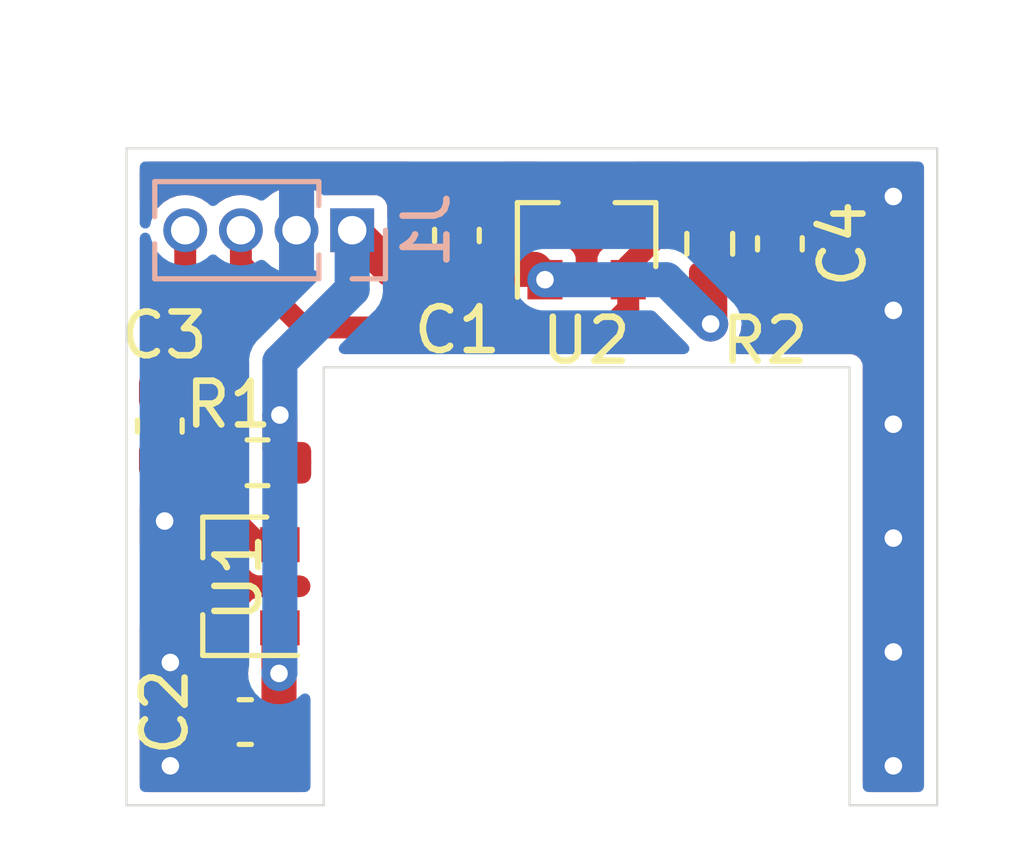
<source format=kicad_pcb>
(kicad_pcb (version 20211014) (generator pcbnew)
  (layers (0 "F.Cu" signal) (31 "B.Cu" signal) (34 "B.Paste" user) (35 "F.Paste" user) (36 "B.SilkS" user "B.Silkscreen") (37 "F.SilkS" user "F.Silkscreen") (38 "B.Mask" user) (39 "F.Mask" user) (44 "Edge.Cuts" user))
  (net 0 "")
  (net 1 "GND")
  (net 2 "+3V3")
  (net 3 "B")
  (net 4 "A")
  (footprint "Capacitor_SMD:C_0603_1608Metric" (layer "F.Cu") (at 147.04 81.99 90)
    (fp_text reference "C1" (at -2.16 0.01 180) (layer "F.SilkS"))
    (fp_text value "100nF")
    (fp_line (start -0.14058 0.51) (end 0.14058 0.51) (layer "F.SilkS") (width 0.12))
    (fp_line (start -0.14058 -0.51) (end 0.14058 -0.51) (layer "F.SilkS") (width 0.12))
    (pad "1" smd roundrect locked (at -0.775 0 90) (size 0.9 0.95) (layers "F.Cu" "F.Paste" "F.Mask") (net 2 "+3V3"))
    (pad "2" smd roundrect locked (at 0.775 0 90) (size 0.9 0.95) (layers "F.Cu" "F.Paste" "F.Mask") (net 1 "GND"))
  )
  (footprint "Resistor_SMD:R_0603_1608Metric" (layer "F.Cu") (at 152.81 82.18 90)
    (fp_text reference "R2" (at -2.21 1.26 180) (layer "F.SilkS"))
    (fp_text value "10k")
    (fp_line (start -0.237258 0.5225) (end 0.237258 0.5225) (layer "F.SilkS") (width 0.12))
    (fp_line (start -0.237258 -0.5225) (end 0.237258 -0.5225) (layer "F.SilkS") (width 0.12))
    (pad "1" smd roundrect locked (at -0.825 0 90) (size 0.8 0.95) (layers "F.Cu" "F.Paste" "F.Mask") (net 2 "+3V3"))
    (pad "2" smd roundrect locked (at 0.825 0 90) (size 0.8 0.95) (layers "F.Cu" "F.Paste" "F.Mask") (net 3 "B"))
  )
  (footprint "Package_TO_SOT_SMD:SOT-23" (layer "F.Cu") (at 142 90 180)
    (fp_text reference "U1" (at -0.05 0.2 90) (layer "F.SilkS"))
    (fp_text value "MT1401AT-EN")
    (fp_line (start 0.76 1.58) (end -0.7 1.58) (layer "F.SilkS") (width 0.12))
    (fp_line (start 0.76 -1.58) (end 0.76 -0.65) (layer "F.SilkS") (width 0.12))
    (fp_line (start 0.76 1.58) (end 0.76 0.65) (layer "F.SilkS") (width 0.12))
    (fp_line (start 0.76 -1.58) (end -1.4 -1.58) (layer "F.SilkS") (width 0.12))
    (pad "1" smd rect locked (at -1 -0.95 180) (size 0.9 0.8) (layers "F.Cu" "F.Paste" "F.Mask") (net 2 "+3V3"))
    (pad "2" smd rect locked (at -1 0.95 180) (size 0.9 0.8) (layers "F.Cu" "F.Paste" "F.Mask") (net 4 "A"))
    (pad "3" smd rect locked (at 1 0 180) (size 0.9 0.8) (layers "F.Cu" "F.Paste" "F.Mask") (net 1 "GND"))
  )
  (footprint "Resistor_SMD:R_0603_1608Metric" (layer "F.Cu") (at 142.49 87.18 180)
    (fp_text reference "R1" (at 0.66 1.33) (layer "F.SilkS"))
    (fp_text value "10k")
    (fp_line (start -0.237258 -0.5225) (end 0.237258 -0.5225) (layer "F.SilkS") (width 0.12))
    (fp_line (start -0.237258 0.5225) (end 0.237258 0.5225) (layer "F.SilkS") (width 0.12))
    (pad "1" smd roundrect locked (at -0.825 0 180) (size 0.8 0.95) (layers "F.Cu" "F.Paste" "F.Mask") (net 2 "+3V3"))
    (pad "2" smd roundrect locked (at 0.825 0 180) (size 0.8 0.95) (layers "F.Cu" "F.Paste" "F.Mask") (net 4 "A"))
  )
  (footprint "Capacitor_SMD:C_0603_1608Metric" (layer "F.Cu") (at 142.21 93.1 180)
    (fp_text reference "C2" (at 1.84 0.23 90) (layer "F.SilkS"))
    (fp_text value "100nF")
    (fp_line (start -0.14058 0.51) (end 0.14058 0.51) (layer "F.SilkS") (width 0.12))
    (fp_line (start -0.14058 -0.51) (end 0.14058 -0.51) (layer "F.SilkS") (width 0.12))
    (pad "1" smd roundrect locked (at -0.775 0 180) (size 0.9 0.95) (layers "F.Cu" "F.Paste" "F.Mask") (net 2 "+3V3"))
    (pad "2" smd roundrect locked (at 0.775 0 180) (size 0.9 0.95) (layers "F.Cu" "F.Paste" "F.Mask") (net 1 "GND"))
  )
  (footprint "Package_TO_SOT_SMD:SOT-23" (layer "F.Cu") (at 150 82 90)
    (fp_text reference "U2" (at -2.39 -0.01 180) (layer "F.SilkS"))
    (fp_text value "MT1401AT-EN")
    (fp_line (start 0.76 1.58) (end -0.7 1.58) (layer "F.SilkS") (width 0.12))
    (fp_line (start 0.76 -1.58) (end -1.4 -1.58) (layer "F.SilkS") (width 0.12))
    (fp_line (start 0.76 -1.58) (end 0.76 -0.65) (layer "F.SilkS") (width 0.12))
    (fp_line (start 0.76 1.58) (end 0.76 0.65) (layer "F.SilkS") (width 0.12))
    (pad "1" smd rect locked (at -1 -0.95 90) (size 0.9 0.8) (layers "F.Cu" "F.Paste" "F.Mask") (net 2 "+3V3"))
    (pad "2" smd rect locked (at -1 0.95 90) (size 0.9 0.8) (layers "F.Cu" "F.Paste" "F.Mask") (net 3 "B"))
    (pad "3" smd rect locked (at 1 0 90) (size 0.9 0.8) (layers "F.Cu" "F.Paste" "F.Mask") (net 1 "GND"))
  )
  (footprint "Capacitor_SMD:C_0603_1608Metric" (layer "F.Cu") (at 140.26 86.34 -90)
    (fp_text reference "C3" (at -2.07 -0.1 180) (layer "F.SilkS"))
    (fp_text value "1nF")
    (fp_line (start -0.14058 0.51) (end 0.14058 0.51) (layer "F.SilkS") (width 0.12))
    (fp_line (start -0.14058 -0.51) (end 0.14058 -0.51) (layer "F.SilkS") (width 0.12))
    (pad "1" smd roundrect locked (at -0.775 0 270) (size 0.9 0.95) (layers "F.Cu" "F.Paste" "F.Mask") (net 4 "A"))
    (pad "2" smd roundrect locked (at 0.775 0 270) (size 0.9 0.95) (layers "F.Cu" "F.Paste" "F.Mask") (net 1 "GND"))
  )
  (footprint "Capacitor_SMD:C_0603_1608Metric" (layer "F.Cu") (at 154.41 82.18 -90)
    (fp_text reference "C4" (at 0 -1.43 90) (layer "F.SilkS"))
    (fp_text value "1nF")
    (fp_line (start -0.14058 0.51) (end 0.14058 0.51) (layer "F.SilkS") (width 0.12))
    (fp_line (start -0.14058 -0.51) (end 0.14058 -0.51) (layer "F.SilkS") (width 0.12))
    (pad "1" smd roundrect locked (at -0.775 0 270) (size 0.9 0.95) (layers "F.Cu" "F.Paste" "F.Mask") (net 3 "B"))
    (pad "2" smd roundrect locked (at 0.775 0 270) (size 0.9 0.95) (layers "F.Cu" "F.Paste" "F.Mask") (net 1 "GND"))
  )
  (footprint "Connector_PinHeader_1.27mm:PinHeader_1x04_P1.27mm_Vertical" (layer "B.Cu") (at 144.65 81.87 90)
    (fp_text reference "J1" (at 0 1.695 270) (layer "B.SilkS") (effects (justify mirror)))
    (fp_text value "OUT")
    (fp_line (start -1.11 -0.76) (end -1.11 -4.505) (layer "B.SilkS") (width 0.12))
    (fp_line (start -1.11 0) (end -1.11 0.76) (layer "B.SilkS") (width 0.12))
    (fp_line (start 1.11 -0.76) (end 1.11 -4.505) (layer "B.SilkS") (width 0.12))
    (fp_line (start 0.30753 -4.505) (end 1.11 -4.505) (layer "B.SilkS") (width 0.12))
    (fp_line (start -1.11 -4.505) (end -0.30753 -4.505) (layer "B.SilkS") (width 0.12))
    (fp_line (start -1.11 0.76) (end 0 0.76) (layer "B.SilkS") (width 0.12))
    (fp_line (start 0.563471 -0.76) (end 1.11 -0.76) (layer "B.SilkS") (width 0.12))
    (fp_line (start -1.11 -0.76) (end -0.563471 -0.76) (layer "B.SilkS") (width 0.12))
    (pad "1" thru_hole rect locked (at 0 0 90) (size 1 1) (drill 0.65) (layers *.Cu *.Mask) (net 2 "+3V3"))
    (pad "2" thru_hole oval locked (at 0 -1.27 90) (size 1 1) (drill 0.65) (layers *.Cu *.Mask) (net 1 "GND"))
    (pad "3" thru_hole oval locked (at 0 -2.54 90) (size 1 1) (drill 0.65) (layers *.Cu *.Mask) (net 3 "B"))
    (pad "4" thru_hole oval locked (at 0 -3.81 90) (size 1 1) (drill 0.65) (layers *.Cu *.Mask) (net 4 "A"))
  )
  (gr_line (start 158 80) (end 158 95) (layer "Edge.Cuts") (width 0.05))
  (gr_line (start 144 95) (end 139.5 95) (layer "Edge.Cuts") (width 0.05))
  (gr_line (start 144 95) (end 144 85) (layer "Edge.Cuts") (width 0.05))
  (gr_line (start 144 85) (end 156 85) (layer "Edge.Cuts") (width 0.05))
  (gr_line (start 156 85) (end 156 95) (layer "Edge.Cuts") (width 0.05))
  (gr_line (start 158 95) (end 156 95) (layer "Edge.Cuts") (width 0.05))
  (gr_line (start 139.5 95) (end 139.5 80) (layer "Edge.Cuts") (width 0.05))
  (gr_line (start 139.5 80) (end 158 80) (layer "Edge.Cuts") (width 0.05))
  (via (at 157 91.5) (size 0.8) (drill 0.4) (layers "F.Cu" "B.Cu") (net 1))
  (via (at 157 88.9) (size 0.8) (drill 0.4) (layers "F.Cu" "B.Cu") (net 1))
  (via (at 157 86.3) (size 0.8) (drill 0.4) (layers "F.Cu" "B.Cu") (net 1))
  (via (at 157 83.7) (size 0.8) (drill 0.4) (layers "F.Cu" "B.Cu") (net 1))
  (via (at 157 81.1) (size 0.8) (drill 0.4) (layers "F.Cu" "B.Cu") (net 1))
  (via (at 140.5 91.74) (size 0.8) (drill 0.4) (layers "F.Cu" "B.Cu") (net 1))
  (via (at 140.5 94.1) (size 0.8) (drill 0.4) (layers "F.Cu" "B.Cu") (net 1))
  (via (at 140.37 88.51) (size 0.8) (drill 0.4) (layers "F.Cu" "B.Cu") (net 1))
  (via (at 157 94.1) (size 0.8) (drill 0.4) (layers "F.Cu" "B.Cu") (net 1))
  (segment (start 142.98 93.095) (end 142.985 93.1) (width 0.8) (layer "F.Cu") (net 2))
  (segment (start 144.65 81.87) (end 145.545 82.765) (width 0.8) (layer "F.Cu") (net 2))
  (segment (start 152.81 83.99) (end 152.83 84.01) (width 0.8) (layer "F.Cu") (net 2))
  (segment (start 143.315 87.18) (end 143 86.865) (width 0.8) (layer "F.Cu") (net 2))
  (segment (start 147.04 82.765) (end 148.815 82.765) (width 0.8) (layer "F.Cu") (net 2))
  (segment (start 143 86.865) (end 143 86.09) (width 0.8) (layer "F.Cu") (net 2))
  (segment (start 142.98 91.99) (end 142.98 93.095) (width 0.8) (layer "F.Cu") (net 2))
  (segment (start 142.98 90.97) (end 143 90.95) (width 0.8) (layer "F.Cu") (net 2))
  (segment (start 148.815 82.765) (end 149.05 83) (width 0.8) (layer "F.Cu") (net 2))
  (segment (start 145.545 82.765) (end 147.04 82.765) (width 0.8) (layer "F.Cu") (net 2))
  (segment (start 152.81 83.005) (end 152.81 83.99) (width 0.8) (layer "F.Cu") (net 2))
  (segment (start 142.98 91.99) (end 142.98 90.97) (width 0.8) (layer "F.Cu") (net 2))
  (via (at 152.83 84.01) (size 0.8) (drill 0.4) (layers "F.Cu" "B.Cu") (net 2))
  (via (at 149.05 83) (size 0.8) (drill 0.4) (layers "F.Cu" "B.Cu") (net 2))
  (via (at 143 86.09) (size 0.8) (drill 0.4) (layers "F.Cu" "B.Cu") (net 2))
  (via (at 142.98 91.99) (size 0.8) (drill 0.4) (layers "F.Cu" "B.Cu") (net 2))
  (segment (start 149.05 83) (end 151.82 83) (width 0.8) (layer "B.Cu") (net 2))
  (segment (start 143 84.87) (end 143 86.09) (width 0.8) (layer "B.Cu") (net 2))
  (segment (start 143 91.97) (end 142.98 91.99) (width 0.8) (layer "B.Cu") (net 2))
  (segment (start 151.82 83) (end 152.83 84.01) (width 0.8) (layer "B.Cu") (net 2))
  (segment (start 144.65 81.87) (end 144.65 83.22) (width 0.8) (layer "B.Cu") (net 2))
  (segment (start 144.65 83.22) (end 143 84.87) (width 0.8) (layer "B.Cu") (net 2))
  (segment (start 143 86.09) (end 143 91.97) (width 0.8) (layer "B.Cu") (net 2))
  (segment (start 150.95 83.66) (end 150.52 84.09) (width 0.5) (layer "F.Cu") (net 3))
  (segment (start 152.275 81.355) (end 152.81 81.355) (width 0.5) (layer "F.Cu") (net 3))
  (segment (start 150.95 83) (end 150.95 82.68) (width 0.5) (layer "F.Cu") (net 3))
  (segment (start 150.52 84.09) (end 143.55 84.09) (width 0.5) (layer "F.Cu") (net 3))
  (segment (start 150.95 83) (end 150.95 83.66) (width 0.5) (layer "F.Cu") (net 3))
  (segment (start 152.81 81.355) (end 154.36 81.355) (width 0.5) (layer "F.Cu") (net 3))
  (segment (start 154.36 81.355) (end 154.41 81.405) (width 0.5) (layer "F.Cu") (net 3))
  (segment (start 150.95 82.68) (end 152.275 81.355) (width 0.5) (layer "F.Cu") (net 3))
  (segment (start 143.55 84.09) (end 142.11 82.65) (width 0.5) (layer "F.Cu") (net 3))
  (segment (start 142.11 82.65) (end 142.11 81.87) (width 0.5) (layer "F.Cu") (net 3))
  (segment (start 141.665 84.145) (end 140.84 83.32) (width 0.5) (layer "F.Cu") (net 4))
  (segment (start 140.28 85.545) (end 140.26 85.565) (width 0.5) (layer "F.Cu") (net 4))
  (segment (start 141.665 87.18) (end 141.665 85.545) (width 0.5) (layer "F.Cu") (net 4))
  (segment (start 141.665 85.545) (end 141.665 84.145) (width 0.5) (layer "F.Cu") (net 4))
  (segment (start 143 89.05) (end 142.53 89.05) (width 0.5) (layer "F.Cu") (net 4))
  (segment (start 141.665 85.545) (end 140.28 85.545) (width 0.5) (layer "F.Cu") (net 4))
  (segment (start 141.665 88.185) (end 141.665 87.18) (width 0.5) (layer "F.Cu") (net 4))
  (segment (start 140.84 83.32) (end 140.84 81.87) (width 0.5) (layer "F.Cu") (net 4))
  (segment (start 142.53 89.05) (end 141.665 88.185) (width 0.5) (layer "F.Cu") (net 4))
  (zone (net 1) (net_name "GND") (layer "F.Cu") (connect_pads (clearance 0.3)) (min_thickness 0.5) (fill yes (thermal_gap 0.5) (thermal_bridge_width 0.8))
    (polygon (pts (xy 160 96) (xy 138 96) (xy 138 78) (xy 160 78)))
  )
  (zone (net 1) (net_name "GND") (layer "B.Cu") (connect_pads (clearance 0.3)) (min_thickness 0.254) (fill yes (thermal_gap 0.5) (thermal_bridge_width 0.8))
    (polygon (pts (xy 159 95) (xy 139 95) (xy 139 79) (xy 159 79)))
  )
)
</source>
